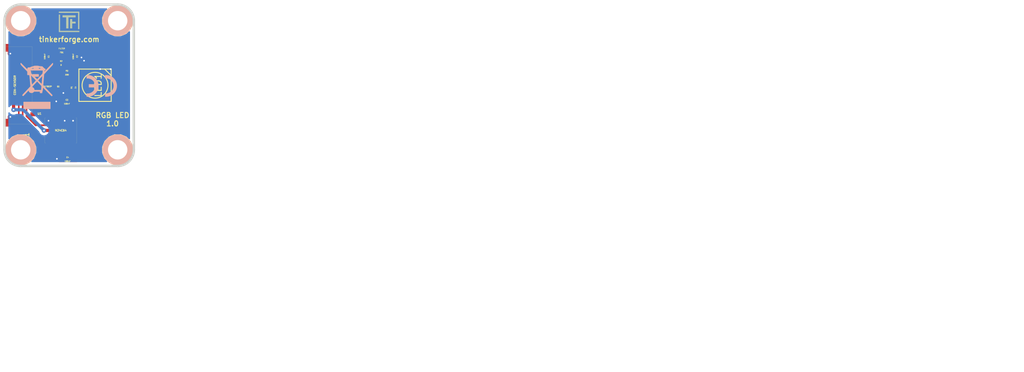
<source format=kicad_pcb>
(kicad_pcb (version 4) (host pcbnew 4.0.2+e4-6225~38~ubuntu15.10.1-stable)
  (title_block (title "RGB LED Bricklet") (date "Mi 18 Nov 2015") (rev 1.0) (company "Tinkerforge GmbH") (comment 1 "Licensed under CERN OHL v.1.1") (comment 2 "Copyright (©) 2015, B.Nordmeyer <bastian@tinkerforge.com>"))
  (layers (0 Vorderseite signal) (31 Rückseite signal) (34 B.Paste user) (35 F.Paste user) (36 B.SilkS user) (37 F.SilkS user) (38 B.Mask user) (39 F.Mask user) (44 Edge.Cuts user))
  (net 0 "")
  (net 1 GND)
  (net 2 SCL)
  (net 3 SDA)
  (net 4 VCC)
  (net 5 "Net-(C1-Pad2)")
  (net 6 "Net-(P1-Pad6)")
  (net 7 "Net-(P1-Pad7)")
  (net 8 "Net-(C1-Pad1)")
  (net 9 3V3)
  (net 10 "Net-(LED1-Pad4)")
  (net 11 "Net-(Q1-PadD)")
  (module kicad-libraries:0603E (layer Vorderseite) (at 131.9 113.7 90)
    (fp_text reference C1 (at 0.05 0.225 90) (layer F.SilkS) (effects (font (size 0.2 0.2) (thickness 0.05))))
    (fp_text value 100nF (at 0.05 -0.375 90) (layer F.SilkS) (effects (font (size 0.2 0.2) (thickness 0.05))))
    (pad 1 smd rect (at -0.8501 0 90) (size 1.1 1) (layers Vorderseite F.Paste F.Mask) (net 8 "Net-(C1-Pad1)"))
    (pad 2 smd rect (at 0.8501 0 90) (size 1.1 1) (layers Vorderseite F.Paste F.Mask) (net 5 "Net-(C1-Pad2)"))
  )
  (module kicad-libraries:0603E (layer Vorderseite) (at 136.3 113.7 90)
    (fp_text reference C2 (at 0.05 0.225 90) (layer F.SilkS) (effects (font (size 0.2 0.2) (thickness 0.05))))
    (fp_text value 100nF (at 0.05 -0.375 90) (layer F.SilkS) (effects (font (size 0.2 0.2) (thickness 0.05))))
    (pad 1 smd rect (at -0.8501 0 90) (size 1.1 1) (layers Vorderseite F.Paste F.Mask) (net 1 GND))
    (pad 2 smd rect (at 0.8501 0 90) (size 1.1 1) (layers Vorderseite F.Paste F.Mask) (net 4 VCC))
  )
  (module kicad-libraries:0603E (layer Vorderseite) (at 135 120.6 180)
    (fp_text reference C3 (at 0.05 0.225 180) (layer F.SilkS) (effects (font (size 0.2 0.2) (thickness 0.05))))
    (fp_text value 100nF (at 0.05 -0.375 180) (layer F.SilkS) (effects (font (size 0.2 0.2) (thickness 0.05))))
    (pad 1 smd rect (at -0.8501 0 180) (size 1.1 1) (layers Vorderseite F.Paste F.Mask) (net 4 VCC))
    (pad 2 smd rect (at 0.8501 0 180) (size 1.1 1) (layers Vorderseite F.Paste F.Mask) (net 1 GND))
  )
  (module kicad-libraries:0603E (layer Vorderseite) (at 135.1 129.5 180)
    (fp_text reference C4 (at 0.05 0.225 180) (layer F.SilkS) (effects (font (size 0.2 0.2) (thickness 0.05))))
    (fp_text value 100nF (at 0.05 -0.375 180) (layer F.SilkS) (effects (font (size 0.2 0.2) (thickness 0.05))))
    (pad 1 smd rect (at -0.8501 0 180) (size 1.1 1) (layers Vorderseite F.Paste F.Mask) (net 9 3V3))
    (pad 2 smd rect (at 0.8501 0 180) (size 1.1 1) (layers Vorderseite F.Paste F.Mask) (net 1 GND))
  )
  (module kicad-libraries:0603E (layer Vorderseite) (at 134.1 112.8)
    (fp_text reference FB1 (at 0.05 0.225) (layer F.SilkS) (effects (font (size 0.2 0.2) (thickness 0.05))))
    (fp_text value FILTER (at 0.05 -0.375) (layer F.SilkS) (effects (font (size 0.2 0.2) (thickness 0.05))))
    (pad 1 smd rect (at -0.8501 0) (size 1.1 1) (layers Vorderseite F.Paste F.Mask) (net 5 "Net-(C1-Pad2)"))
    (pad 2 smd rect (at 0.8501 0) (size 1.1 1) (layers Vorderseite F.Paste F.Mask) (net 4 VCC))
  )
  (module kicad-libraries:CON-SENSOR (layer Vorderseite) (at 125.3 118.1 270)
    (fp_text reference P1 (at 7.9502 -3.50012 270) (layer F.SilkS) (effects (font (size 0.59944 0.59944) (thickness 0.12446))))
    (fp_text value CON-SENSOR (at 0 -1.6002 270) (layer F.SilkS) (effects (font (size 0.29972 0.29972) (thickness 0.07112))))
    (pad 1 smd rect (at -4.50088 -4.7752 270) (size 0.59944 1.5494) (layers Vorderseite F.Paste F.Mask) (net 5 "Net-(C1-Pad2)"))
    (pad 2 smd rect (at -3.50012 -4.7752 270) (size 0.59944 1.5494) (layers Vorderseite F.Paste F.Mask) (net 8 "Net-(C1-Pad1)"))
    (pad 3 smd rect (at -2.49936 -4.7752 270) (size 0.59944 1.5494) (layers Vorderseite F.Paste F.Mask) (net 9 3V3))
    (pad 4 smd rect (at -1.50114 -4.7752 270) (size 0.59944 1.5494) (layers Vorderseite F.Paste F.Mask) (net 2 SCL))
    (pad 5 smd rect (at -0.50038 -4.7752 270) (size 0.59944 1.5494) (layers Vorderseite F.Paste F.Mask) (net 3 SDA))
    (pad 6 smd rect (at 0.50038 -4.7752 270) (size 0.59944 1.5494) (layers Vorderseite F.Paste F.Mask) (net 6 "Net-(P1-Pad6)"))
    (pad 7 smd rect (at 1.50114 -4.7752 270) (size 0.59944 1.5494) (layers Vorderseite F.Paste F.Mask) (net 7 "Net-(P1-Pad7)"))
    (pad 8 smd rect (at 2.49936 -4.7752 270) (size 0.59944 1.5494) (layers Vorderseite F.Paste F.Mask))
    (pad 9 smd rect (at 3.50012 -4.7752 270) (size 0.59944 1.5494) (layers Vorderseite F.Paste F.Mask))
    (pad 10 smd rect (at 4.50088 -4.7752 270) (size 0.59944 1.5494) (layers Vorderseite F.Paste F.Mask))
    (pad EP smd rect (at -5.79882 -0.89916 270) (size 1.19888 1.80086) (layers Vorderseite F.Paste F.Mask) (net 1 GND))
    (pad EP smd rect (at 5.79882 -0.89916 270) (size 1.19888 1.80086) (layers Vorderseite F.Paste F.Mask) (net 1 GND))
  )
  (module kicad-libraries:0603E (layer Vorderseite) (at 135.9 118.4 270)
    (fp_text reference R1 (at 0.05 0.225 270) (layer F.SilkS) (effects (font (size 0.2 0.2) (thickness 0.05))))
    (fp_text value 1k (at 0.05 -0.375 270) (layer F.SilkS) (effects (font (size 0.2 0.2) (thickness 0.05))))
    (pad 1 smd rect (at -0.8501 0 270) (size 1.1 1) (layers Vorderseite F.Paste F.Mask) (net 11 "Net-(Q1-PadD)"))
    (pad 2 smd rect (at 0.8501 0 270) (size 1.1 1) (layers Vorderseite F.Paste F.Mask) (net 4 VCC))
  )
  (module kicad-libraries:0603E (layer Vorderseite) (at 134.1 114.6 180)
    (fp_text reference R2 (at 0.05 0.225 180) (layer F.SilkS) (effects (font (size 0.2 0.2) (thickness 0.05))))
    (fp_text value 0 (at 0.05 -0.375 180) (layer F.SilkS) (effects (font (size 0.2 0.2) (thickness 0.05))))
    (pad 1 smd rect (at -0.8501 0 180) (size 1.1 1) (layers Vorderseite F.Paste F.Mask) (net 1 GND))
    (pad 2 smd rect (at 0.8501 0 180) (size 1.1 1) (layers Vorderseite F.Paste F.Mask) (net 8 "Net-(C1-Pad1)"))
  )
  (module kicad-libraries:SOIC8 (layer Vorderseite) (at 134 125.1 180)
    (fp_text reference U1 (at 3.29946 2.60096 180) (layer F.SilkS) (effects (font (size 0.29972 0.29972) (thickness 0.0762))))
    (fp_text value M24C64 (at 0 0 180) (layer F.SilkS) (effects (font (size 0.29972 0.29972) (thickness 0.0762))))
    (pad 1 smd rect (at -1.90246 2.69748) (size 0.59944 1.5494) (layers Vorderseite F.Paste F.Mask) (net 1 GND))
    (pad 2 smd rect (at -0.63246 2.69748) (size 0.59944 1.5494) (layers Vorderseite F.Paste F.Mask) (net 1 GND))
    (pad 3 smd rect (at 0.63246 2.69748) (size 0.59944 1.5494) (layers Vorderseite F.Paste F.Mask) (net 6 "Net-(P1-Pad6)"))
    (pad 4 smd rect (at 1.90246 2.69748) (size 0.59944 1.5494) (layers Vorderseite F.Paste F.Mask) (net 1 GND))
    (pad 5 smd rect (at 1.90246 -2.69748 180) (size 0.59944 1.5494) (layers Vorderseite F.Paste F.Mask) (net 3 SDA))
    (pad 6 smd rect (at 0.63246 -2.69748 180) (size 0.59944 1.5494) (layers Vorderseite F.Paste F.Mask) (net 2 SCL))
    (pad 7 smd rect (at -0.63246 -2.69748 180) (size 0.59944 1.5494) (layers Vorderseite F.Paste F.Mask))
    (pad 8 smd rect (at -1.90246 -2.69748 180) (size 0.59944 1.5494) (layers Vorderseite F.Paste F.Mask) (net 9 3V3))
  )
  (module kicad-libraries:DRILL_NP (layer Vorderseite) (at 127.8 108.1 270)
    (fp_text reference U2 hide)
    (fp_text value DRILL hide)
    (pad "" np_thru_hole circle (at 0 0 270) (size 2.99974 2.99974) (drill 2.99974) (layers *.Cu *.Mask F.SilkS) (clearance 0.89916))
  )
  (module kicad-libraries:DRILL_NP (layer Vorderseite) (at 142.8 128.1 90)
    (fp_text reference U3 hide)
    (fp_text value DRILL hide)
    (pad "" np_thru_hole circle (at 0 0 90) (size 2.99974 2.99974) (drill 2.99974) (layers *.Cu *.Mask F.SilkS) (clearance 0.89916))
  )
  (module kicad-libraries:DRILL_NP (layer Vorderseite) (at 127.8 128.1 90)
    (fp_text reference U4 hide)
    (fp_text value DRILL hide)
    (pad "" np_thru_hole circle (at 0 0 90) (size 2.99974 2.99974) (drill 2.99974) (layers *.Cu *.Mask F.SilkS) (clearance 0.89916))
  )
  (module kicad-libraries:DRILL_NP (layer Vorderseite) (at 142.8 108.1)
    (fp_text reference U5 hide)
    (fp_text value DRILL hide)
    (pad "" np_thru_hole circle (at 0 0) (size 2.99974 2.99974) (drill 2.99974) (layers *.Cu *.Mask F.SilkS) (clearance 0.89916))
  )
  (module kicad-libraries:WS2812B_LED (layer Vorderseite) (at 139.3 118.1 90)
    (fp_text reference LED1 (at 0 0.5 90) (layer F.SilkS))
    (fp_text value WS2812B_LED)
    (pad 3 smd rect (at 2.45 1.6 90) (size 1.5 1) (layers Vorderseite F.Paste F.Mask) (net 1 GND))
    (pad 4 smd rect (at 2.45 -1.6 90) (size 1.5 1) (layers Vorderseite F.Paste F.Mask) (net 10 "Net-(LED1-Pad4)"))
    (pad 1 smd rect (at -2.45 -1.6 90) (size 1.5 1) (layers Vorderseite F.Paste F.Mask) (net 4 VCC))
    (pad 2 smd rect (at -2.45 1.6 90) (size 1.5 1) (layers Vorderseite F.Paste F.Mask))
  )
  (module kicad-libraries:SOT23GDS (layer Vorderseite) (at 132.7 118.3 180)
    (fp_text reference Q1 (at -0.925 0 180) (layer F.SilkS) (effects (font (size 0.2 0.2) (thickness 0.05))))
    (fp_text value 2N7002P (at 0.775 0 180) (layer F.SilkS) (effects (font (size 0.2 0.2) (thickness 0.05))))
    (pad S smd rect (at -0.889 -1.016 180) (size 0.9144 0.9144) (layers Vorderseite F.Paste F.Mask) (net 1 GND))
    (pad G smd rect (at 0.889 -1.016 180) (size 0.9144 0.9144) (layers Vorderseite F.Paste F.Mask) (net 7 "Net-(P1-Pad7)"))
    (pad D smd rect (at 0 1.016 180) (size 0.9144 0.9144) (layers Vorderseite F.Paste F.Mask) (net 11 "Net-(Q1-PadD)"))
  )
  (module kicad-libraries:0603E (layer Vorderseite) (at 135 116.1 180)
    (fp_text reference R3 (at 0.05 0.225 180) (layer F.SilkS) (effects (font (size 0.2 0.2) (thickness 0.05))))
    (fp_text value 330 (at 0.05 -0.375 180) (layer F.SilkS) (effects (font (size 0.2 0.2) (thickness 0.05))))
    (pad 1 smd rect (at -0.8501 0 180) (size 1.1 1) (layers Vorderseite F.Paste F.Mask) (net 10 "Net-(LED1-Pad4)"))
    (pad 2 smd rect (at 0.8501 0 180) (size 1.1 1) (layers Vorderseite F.Paste F.Mask) (net 11 "Net-(Q1-PadD)"))
  )
  (module kicad-libraries:Logo_31x31 (layer Vorderseite) (at 133.7 106.7)
    (fp_text reference G*** hide)
    (fp_text value Logo_31x31 hide)
  )
  (module kicad-libraries:WEEE_7mm (layer Rückseite) (at 130.3 118.2 180)
    (fp_text reference G*** hide)
    (fp_text value LOGO hide)
  )
  (module kicad-libraries:CE_5mm (layer Rückseite) (at 140.3 118.2 180)
    (fp_text reference VAL hide)
    (fp_text value CE_5mm hide)
  )
  (module kicad-libraries:Fiducial_Mark (layer Vorderseite) (at 143.3 112.6)
    (fp_text reference Fiducial_Mark hide)
    (fp_text value VAL** hide)
    (pad 1 smd circle (at 0 0) (size 1.00076 1.00076) (layers Vorderseite F.Paste F.Mask) (clearance 0.65024))
  )
  (module kicad-libraries:Fiducial_Mark (layer Vorderseite) (at 137.8 125.1)
    (fp_text reference Fiducial_Mark hide)
    (fp_text value VAL** hide)
    (pad 1 smd circle (at 0 0) (size 1.00076 1.00076) (layers Vorderseite F.Paste F.Mask) (clearance 0.65024))
  )
  (module kicad-libraries:Fiducial_Mark (layer Vorderseite) (at 128.3 112.1)
    (fp_text reference Fiducial_Mark hide)
    (fp_text value VAL** hide)
    (pad 1 smd circle (at 0 0) (size 1.00076 1.00076) (layers Vorderseite F.Paste F.Mask) (clearance 0.65024))
  )
  (gr_line (start 127.8 130.6) (end 142.8 130.6) (angle 90) (layer Edge.Cuts) (width 0.381))
  (gr_line (start 142.8 105.6) (end 127.8 105.6) (angle 90) (layer Edge.Cuts) (width 0.381))
  (gr_line (start 125.3 108.1) (end 125.3 128.1) (angle 90) (layer Edge.Cuts) (width 0.381))
  (gr_line (start 145.3 128.1) (end 145.3 108.1) (angle 90) (layer Edge.Cuts) (width 0.381))
  (gr_arc (start 127.8 128.1) (end 127.8 130.6) (angle 90) (layer Edge.Cuts) (width 0.381))
  (gr_arc (start 142.8 128.1) (end 145.3 128.1) (angle 90) (layer Edge.Cuts) (width 0.381))
  (gr_arc (start 142.8 108.1) (end 142.8 105.6) (angle 90) (layer Edge.Cuts) (width 0.381))
  (gr_arc (start 127.8 108.1) (end 125.3 108.1) (angle 90) (layer Edge.Cuts) (width 0.381))
  (gr_text tinkerforge.com (at 135.3 111) (layer F.SilkS) (effects (font (size 0.8001 0.8001) (thickness 0.14986))))
  (gr_text "RGB LED\n1.0" (at 142 123.4) (layer F.SilkS) (effects (font (size 0.8001 0.8001) (thickness 0.14986))))
  (segment (start 134.9501 114.6) (end 136.2501 114.6) (width 0.8001) (layer Vorderseite) (net 1))
  (segment (start 126.19916 112.30118) (end 126.19916 113.19916) (width 0.8001) (layer Vorderseite) (net 1))
  (via (at 126.2 113.2) (size 0.70104) (layers Vorderseite Rückseite) (net 1))
  (segment (start 126.19916 113.19916) (end 126.2 113.2) (width 0.8001) (layer Vorderseite) (net 1))
  (segment (start 126.19916 123.89882) (end 126.19916 123.00084) (width 0.8001) (layer Vorderseite) (net 1))
  (via (at 126.2 123) (size 0.70104) (layers Vorderseite Rückseite) (net 1))
  (segment (start 126.19916 123.00084) (end 126.2 123) (width 0.8001) (layer Vorderseite) (net 1))
  (segment (start 134.2499 129.5) (end 133.4 129.5) (width 0.8001) (layer Vorderseite) (net 1))
  (via (at 133.4 129.5) (size 0.70104) (layers Vorderseite Rückseite) (net 1))
  (segment (start 135.90246 122.40252) (end 135.90246 123.59754) (width 0.8001) (layer Vorderseite) (net 1))
  (via (at 135.9 123.6) (size 0.70104) (layers Vorderseite Rückseite) (net 1))
  (segment (start 135.90246 123.59754) (end 135.9 123.6) (width 0.8001) (layer Vorderseite) (net 1))
  (segment (start 134.63246 122.40252) (end 134.63246 123.56754) (width 0.8001) (layer Vorderseite) (net 1))
  (via (at 134.6 123.6) (size 0.70104) (layers Vorderseite Rückseite) (net 1))
  (segment (start 134.63246 123.56754) (end 134.6 123.6) (width 0.8001) (layer Vorderseite) (net 1))
  (segment (start 132.09754 122.40252) (end 132.09754 123.59754) (width 0.8001) (layer Vorderseite) (net 1))
  (via (at 132.1 123.6) (size 0.70104) (layers Vorderseite Rückseite) (net 1))
  (segment (start 132.09754 123.59754) (end 132.1 123.6) (width 0.8001) (layer Vorderseite) (net 1))
  (segment (start 136.2501 114.6) (end 136.3 114.5501) (width 0.8001) (layer Vorderseite) (net 1))
  (segment (start 140.15 115.65) (end 140.1 115.6) (width 0.8001) (layer Vorderseite) (net 1))
  (via (at 140.1 115.6) (size 0.70104) (layers Vorderseite Rückseite) (net 1))
  (segment (start 140.9 115.65) (end 140.15 115.65) (width 0.8001) (layer Vorderseite) (net 1))
  (segment (start 141.65 115.65) (end 141.7 115.6) (width 0.8001) (layer Vorderseite) (net 1))
  (via (at 141.7 115.6) (size 0.70104) (layers Vorderseite Rückseite) (net 1))
  (segment (start 140.9 115.65) (end 141.65 115.65) (width 0.8001) (layer Vorderseite) (net 1))
  (segment (start 134.384 119.316) (end 134.4 119.3) (width 0.8001) (layer Vorderseite) (net 1))
  (via (at 134.4 119.3) (size 0.70104) (layers Vorderseite Rückseite) (net 1))
  (segment (start 133.589 119.316) (end 134.384 119.316) (width 0.8001) (layer Vorderseite) (net 1))
  (via (at 133.3 120.6) (size 0.70104) (layers Vorderseite Rückseite) (net 1))
  (segment (start 134.1499 120.6) (end 133.3 120.6) (width 0.8001) (layer Vorderseite) (net 1))
  (via (at 137.6 114.3) (size 0.70104) (layers Vorderseite Rückseite) (net 1))
  (segment (start 136.8 114.3) (end 137.6 114.3) (width 0.8001) (layer Vorderseite) (net 1))
  (segment (start 136.5499 114.5501) (end 136.8 114.3) (width 0.8001) (layer Vorderseite) (net 1))
  (segment (start 136.3 114.5501) (end 136.5499 114.5501) (width 0.8001) (layer Vorderseite) (net 1))
  (via (at 137.2 113.799862) (size 0.70104) (layers Vorderseite Rückseite) (net 1))
  (segment (start 137.2 113.799862) (end 137.2 113.7) (width 0.8001) (layer Rückseite) (net 1))
  (segment (start 136.449762 114.5501) (end 137.2 113.799862) (width 0.8001) (layer Vorderseite) (net 1))
  (segment (start 136.3 114.5501) (end 136.449762 114.5501) (width 0.8001) (layer Vorderseite) (net 1))
  (segment (start 133.36754 127.79748) (end 133.36754 128.53246) (width 0.25) (layer Vorderseite) (net 2))
  (segment (start 133.36754 128.53246) (end 132.9 129) (width 0.25) (layer Vorderseite) (net 2))
  (segment (start 132.9 129) (end 131.8 129) (width 0.25) (layer Vorderseite) (net 2))
  (segment (start 131.8 129) (end 131.1 128.3) (width 0.25) (layer Vorderseite) (net 2))
  (segment (start 131.1 128.3) (end 131.1 127.2) (width 0.25) (layer Vorderseite) (net 2))
  (segment (start 131.1 127.2) (end 127.5 123.6) (width 0.25) (layer Vorderseite) (net 2))
  (segment (start 127.5 123.6) (end 127.5 117.8) (width 0.25) (layer Vorderseite) (net 2))
  (segment (start 127.5 117.8) (end 128.70114 116.59886) (width 0.25) (layer Vorderseite) (net 2))
  (segment (start 128.70114 116.59886) (end 130.0752 116.59886) (width 0.25) (layer Vorderseite) (net 2))
  (segment (start 130.0752 117.59962) (end 129.00038 117.59962) (width 0.25) (layer Vorderseite) (net 3))
  (segment (start 132.09754 127.39754) (end 132.09754 127.79748) (width 0.25) (layer Vorderseite) (net 3))
  (segment (start 128.1 123.4) (end 132.09754 127.39754) (width 0.25) (layer Vorderseite) (net 3))
  (segment (start 128.1 118.5) (end 128.1 123.4) (width 0.25) (layer Vorderseite) (net 3))
  (segment (start 129.00038 117.59962) (end 128.1 118.5) (width 0.25) (layer Vorderseite) (net 3))
  (segment (start 134.9501 112.8) (end 136.2501 112.8) (width 0.8001) (layer Vorderseite) (net 4))
  (segment (start 136.2501 112.8) (end 136.3 112.8499) (width 0.8001) (layer Vorderseite) (net 4))
  (segment (start 137.7 120.55) (end 137.7 120.5) (width 0.25) (layer Vorderseite) (net 4))
  (segment (start 136.1499 119.2501) (end 135.9 119.2501) (width 0.8001) (layer Vorderseite) (net 4))
  (segment (start 137.6499 112.8499) (end 139 114.2) (width 0.8001) (layer Vorderseite) (net 4))
  (segment (start 139 114.2) (end 139 117.1) (width 0.8001) (layer Vorderseite) (net 4))
  (segment (start 139 117.1) (end 137.9 118.2) (width 0.8001) (layer Vorderseite) (net 4))
  (segment (start 137.9 118.2) (end 137.2 118.2) (width 0.8001) (layer Vorderseite) (net 4))
  (segment (start 137.2 118.2) (end 136.1499 119.2501) (width 0.8001) (layer Vorderseite) (net 4))
  (segment (start 136.3 112.8499) (end 137.6499 112.8499) (width 0.8001) (layer Vorderseite) (net 4))
  (segment (start 135.9 120.5501) (end 135.8501 120.6) (width 0.8001) (layer Vorderseite) (net 4))
  (segment (start 135.9 119.2501) (end 135.9 120.5501) (width 0.8001) (layer Vorderseite) (net 4))
  (segment (start 137.65 120.6) (end 137.7 120.55) (width 0.8001) (layer Vorderseite) (net 4))
  (segment (start 135.8501 120.6) (end 137.65 120.6) (width 0.8001) (layer Vorderseite) (net 4))
  (segment (start 133.2499 112.8) (end 131.9499 112.8) (width 0.8001) (layer Vorderseite) (net 5))
  (segment (start 131.9499 112.8) (end 131.9 112.8499) (width 0.8001) (layer Vorderseite) (net 5))
  (segment (start 130.0752 113.59912) (end 130.70088 113.59912) (width 0.8001) (layer Vorderseite) (net 5))
  (segment (start 130.70088 113.59912) (end 131.4501 112.8499) (width 0.8001) (layer Vorderseite) (net 5))
  (segment (start 131.4501 112.8499) (end 131.9 112.8499) (width 0.8001) (layer Vorderseite) (net 5))
  (segment (start 130.0752 118.60038) (end 129.29962 118.60038) (width 0.25) (layer Vorderseite) (net 6))
  (segment (start 133.36754 123.73246) (end 133.36754 122.40252) (width 0.25) (layer Vorderseite) (net 6))
  (segment (start 132.8 124.3) (end 133.36754 123.73246) (width 0.25) (layer Vorderseite) (net 6))
  (segment (start 130.1 124.3) (end 132.8 124.3) (width 0.25) (layer Vorderseite) (net 6))
  (segment (start 128.7 122.9) (end 130.1 124.3) (width 0.25) (layer Vorderseite) (net 6))
  (segment (start 128.7 119.2) (end 128.7 122.9) (width 0.25) (layer Vorderseite) (net 6))
  (segment (start 129.29962 118.60038) (end 128.7 119.2) (width 0.25) (layer Vorderseite) (net 6))
  (segment (start 131.52586 119.60114) (end 131.811 119.316) (width 0.5) (layer Vorderseite) (net 7))
  (segment (start 130.0752 119.60114) (end 131.52586 119.60114) (width 0.5) (layer Vorderseite) (net 7))
  (segment (start 131.9 114.5501) (end 133.2 114.5501) (width 0.8001) (layer Vorderseite) (net 8))
  (segment (start 130.0752 114.59988) (end 131.85022 114.59988) (width 0.8001) (layer Vorderseite) (net 8))
  (segment (start 131.85022 114.59988) (end 131.9 114.5501) (width 0.8001) (layer Vorderseite) (net 8))
  (segment (start 133.2 114.5501) (end 133.2499 114.6) (width 0.8001) (layer Vorderseite) (net 8))
  (segment (start 133.1998 114.5501) (end 133.2499 114.5) (width 0.8001) (layer Vorderseite) (net 8))
  (segment (start 135.9501 129.5) (end 135.9501 127.84512) (width 0.45) (layer Vorderseite) (net 9))
  (segment (start 135.9501 127.84512) (end 135.90246 127.79748) (width 0.45) (layer Vorderseite) (net 9))
  (segment (start 128.2 121.9) (end 131.4 125.1) (width 0.5) (layer Rückseite) (net 9))
  (via (at 131.4 125.1) (size 0.70104) (layers Vorderseite Rückseite) (net 9))
  (segment (start 131.4 125.1) (end 135.7 125.1) (width 0.5) (layer Vorderseite) (net 9))
  (segment (start 135.7 125.1) (end 137.1 126.5) (width 0.5) (layer Vorderseite) (net 9))
  (segment (start 137.1 126.5) (end 137.1 129.2) (width 0.5) (layer Vorderseite) (net 9))
  (segment (start 137.1 129.2) (end 136.8 129.5) (width 0.5) (layer Vorderseite) (net 9))
  (segment (start 128.09936 115.60064) (end 130.0752 115.60064) (width 0.5) (layer Vorderseite) (net 9))
  (via (at 126.7 121.9) (size 0.70104) (layers Vorderseite Rückseite) (net 9))
  (segment (start 126.7 117) (end 126.7 121.9) (width 0.5) (layer Vorderseite) (net 9))
  (segment (start 128.09936 115.60064) (end 126.7 117) (width 0.5) (layer Vorderseite) (net 9))
  (segment (start 135.9501 129.5) (end 136.8 129.5) (width 0.5) (layer Vorderseite) (net 9))
  (segment (start 126.7 121.9) (end 128.2 121.9) (width 0.5) (layer Rückseite) (net 9))
  (segment (start 136.8 116.1) (end 135.8501 116.1) (width 0.5) (layer Vorderseite) (net 10))
  (segment (start 137.25 115.65) (end 136.8 116.1) (width 0.5) (layer Vorderseite) (net 10))
  (segment (start 137.7 115.65) (end 137.25 115.65) (width 0.5) (layer Vorderseite) (net 10))
  (segment (start 132.9659 117.5499) (end 132.7 117.284) (width 0.5) (layer Vorderseite) (net 11))
  (segment (start 135.9 117.5499) (end 132.9659 117.5499) (width 0.5) (layer Vorderseite) (net 11))
  (segment (start 133.4 116.1) (end 132.7 116.8) (width 0.5) (layer Vorderseite) (net 11))
  (segment (start 132.7 116.8) (end 132.7 117.284) (width 0.5) (layer Vorderseite) (net 11))
  (segment (start 134.1499 116.1) (end 133.4 116.1) (width 0.5) (layer Vorderseite) (net 11))
  (zone (net 1) (net_name GND) (layer Rückseite) (connect_pads (clearance 0.4)) (min_thickness 0.2) (fill yes (arc_segments 16) (thermal_gap 0.21) (thermal_bridge_width 0.21))
    (polygon (pts (xy 125.3 105.6) (xy 145.3 105.6) (xy 145.3 130.6) (xy 125.3 130.6)))
  )
)
</source>
